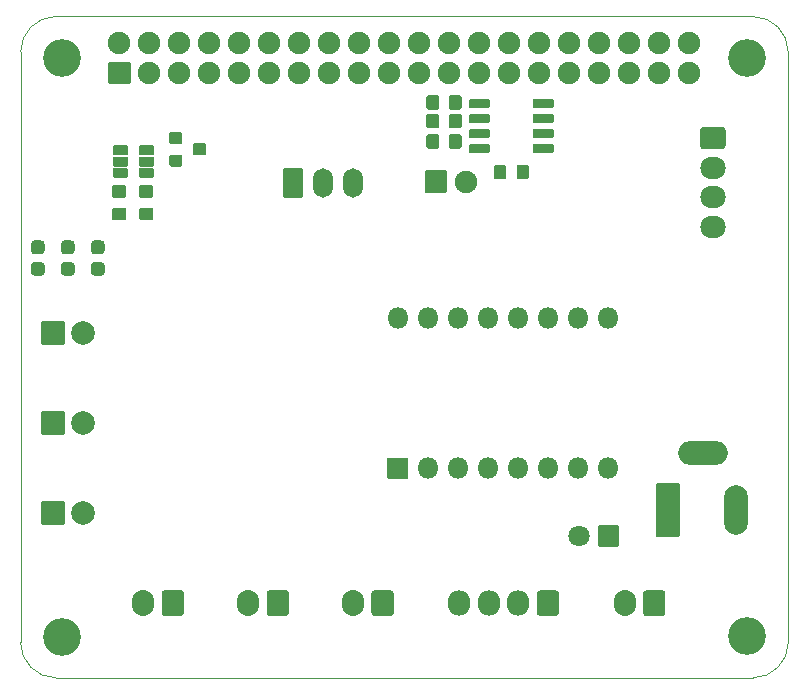
<source format=gbr>
G04 #@! TF.GenerationSoftware,KiCad,Pcbnew,5.1.9*
G04 #@! TF.CreationDate,2021-02-18T13:11:15+01:00*
G04 #@! TF.ProjectId,raspberrypi_hat,72617370-6265-4727-9279-70695f686174,rev?*
G04 #@! TF.SameCoordinates,Original*
G04 #@! TF.FileFunction,Soldermask,Top*
G04 #@! TF.FilePolarity,Negative*
%FSLAX46Y46*%
G04 Gerber Fmt 4.6, Leading zero omitted, Abs format (unit mm)*
G04 Created by KiCad (PCBNEW 5.1.9) date 2021-02-18 13:11:15*
%MOMM*%
%LPD*%
G01*
G04 APERTURE LIST*
G04 #@! TA.AperFunction,Profile*
%ADD10C,0.100000*%
G04 #@! TD*
%ADD11C,1.800000*%
%ADD12O,1.800000X1.800000*%
%ADD13C,2.000000*%
%ADD14O,1.900000X2.200000*%
%ADD15O,1.900000X1.900000*%
%ADD16C,3.200000*%
%ADD17O,1.700000X2.500000*%
%ADD18O,1.900000X2.150000*%
%ADD19O,2.150000X1.900000*%
%ADD20O,4.200000X2.000000*%
%ADD21O,2.000000X4.200000*%
G04 APERTURE END LIST*
D10*
X78546356Y-63817611D02*
X78546361Y-113812375D01*
X78546356Y-63817611D02*
G75*
G02*
X81546356Y-60817611I3000000J0D01*
G01*
X140546356Y-60817611D02*
X81546356Y-60817611D01*
X140546356Y-60817611D02*
G75*
G02*
X143546356Y-63817611I0J-3000000D01*
G01*
X143546356Y-113817611D02*
X143546356Y-63817611D01*
X81546361Y-116812375D02*
G75*
G02*
X78546361Y-113812375I0J3000000D01*
G01*
X81546361Y-116812375D02*
X140546361Y-116812375D01*
X143546356Y-113817611D02*
G75*
G02*
X140546361Y-116812375I-2999995J5236D01*
G01*
G36*
G01*
X129200000Y-104000000D02*
X129200000Y-105600000D01*
G75*
G02*
X129100000Y-105700000I-100000J0D01*
G01*
X127500000Y-105700000D01*
G75*
G02*
X127400000Y-105600000I0J100000D01*
G01*
X127400000Y-104000000D01*
G75*
G02*
X127500000Y-103900000I100000J0D01*
G01*
X129100000Y-103900000D01*
G75*
G02*
X129200000Y-104000000I0J-100000D01*
G01*
G37*
D11*
X125800000Y-104800000D03*
G36*
G01*
X111290000Y-99960000D02*
X109690000Y-99960000D01*
G75*
G02*
X109590000Y-99860000I0J100000D01*
G01*
X109590000Y-98260000D01*
G75*
G02*
X109690000Y-98160000I100000J0D01*
G01*
X111290000Y-98160000D01*
G75*
G02*
X111390000Y-98260000I0J-100000D01*
G01*
X111390000Y-99860000D01*
G75*
G02*
X111290000Y-99960000I-100000J0D01*
G01*
G37*
D12*
X128270000Y-86360000D03*
X113030000Y-99060000D03*
X125730000Y-86360000D03*
X115570000Y-99060000D03*
X123190000Y-86360000D03*
X118110000Y-99060000D03*
X120650000Y-86360000D03*
X120650000Y-99060000D03*
X118110000Y-86360000D03*
X123190000Y-99060000D03*
X115570000Y-86360000D03*
X125730000Y-99060000D03*
X113030000Y-86360000D03*
X128270000Y-99060000D03*
X110490000Y-86360000D03*
D13*
X83820000Y-102870000D03*
G36*
G01*
X80280000Y-103770000D02*
X80280000Y-101970000D01*
G75*
G02*
X80380000Y-101870000I100000J0D01*
G01*
X82180000Y-101870000D01*
G75*
G02*
X82280000Y-101970000I0J-100000D01*
G01*
X82280000Y-103770000D01*
G75*
G02*
X82180000Y-103870000I-100000J0D01*
G01*
X80380000Y-103870000D01*
G75*
G02*
X80280000Y-103770000I0J100000D01*
G01*
G37*
G36*
G01*
X79722500Y-81605000D02*
X80297500Y-81605000D01*
G75*
G02*
X80585000Y-81892500I0J-287500D01*
G01*
X80585000Y-82492500D01*
G75*
G02*
X80297500Y-82780000I-287500J0D01*
G01*
X79722500Y-82780000D01*
G75*
G02*
X79435000Y-82492500I0J287500D01*
G01*
X79435000Y-81892500D01*
G75*
G02*
X79722500Y-81605000I287500J0D01*
G01*
G37*
G36*
G01*
X79722500Y-79780000D02*
X80297500Y-79780000D01*
G75*
G02*
X80585000Y-80067500I0J-287500D01*
G01*
X80585000Y-80667500D01*
G75*
G02*
X80297500Y-80955000I-287500J0D01*
G01*
X79722500Y-80955000D01*
G75*
G02*
X79435000Y-80667500I0J287500D01*
G01*
X79435000Y-80067500D01*
G75*
G02*
X79722500Y-79780000I287500J0D01*
G01*
G37*
G36*
G01*
X84802500Y-81605000D02*
X85377500Y-81605000D01*
G75*
G02*
X85665000Y-81892500I0J-287500D01*
G01*
X85665000Y-82492500D01*
G75*
G02*
X85377500Y-82780000I-287500J0D01*
G01*
X84802500Y-82780000D01*
G75*
G02*
X84515000Y-82492500I0J287500D01*
G01*
X84515000Y-81892500D01*
G75*
G02*
X84802500Y-81605000I287500J0D01*
G01*
G37*
G36*
G01*
X84802500Y-79780000D02*
X85377500Y-79780000D01*
G75*
G02*
X85665000Y-80067500I0J-287500D01*
G01*
X85665000Y-80667500D01*
G75*
G02*
X85377500Y-80955000I-287500J0D01*
G01*
X84802500Y-80955000D01*
G75*
G02*
X84515000Y-80667500I0J287500D01*
G01*
X84515000Y-80067500D01*
G75*
G02*
X84802500Y-79780000I287500J0D01*
G01*
G37*
G36*
G01*
X82262500Y-81605000D02*
X82837500Y-81605000D01*
G75*
G02*
X83125000Y-81892500I0J-287500D01*
G01*
X83125000Y-82492500D01*
G75*
G02*
X82837500Y-82780000I-287500J0D01*
G01*
X82262500Y-82780000D01*
G75*
G02*
X81975000Y-82492500I0J287500D01*
G01*
X81975000Y-81892500D01*
G75*
G02*
X82262500Y-81605000I287500J0D01*
G01*
G37*
G36*
G01*
X82262500Y-79780000D02*
X82837500Y-79780000D01*
G75*
G02*
X83125000Y-80067500I0J-287500D01*
G01*
X83125000Y-80667500D01*
G75*
G02*
X82837500Y-80955000I-287500J0D01*
G01*
X82262500Y-80955000D01*
G75*
G02*
X81975000Y-80667500I0J287500D01*
G01*
X81975000Y-80067500D01*
G75*
G02*
X82262500Y-79780000I287500J0D01*
G01*
G37*
D14*
X88940000Y-110490000D03*
G36*
G01*
X92390000Y-109669411D02*
X92390000Y-111310589D01*
G75*
G02*
X92110589Y-111590000I-279411J0D01*
G01*
X90769411Y-111590000D01*
G75*
G02*
X90490000Y-111310589I0J279411D01*
G01*
X90490000Y-109669411D01*
G75*
G02*
X90769411Y-109390000I279411J0D01*
G01*
X92110589Y-109390000D01*
G75*
G02*
X92390000Y-109669411I0J-279411D01*
G01*
G37*
G36*
G01*
X86070000Y-64640000D02*
X87770000Y-64640000D01*
G75*
G02*
X87870000Y-64740000I0J-100000D01*
G01*
X87870000Y-66440000D01*
G75*
G02*
X87770000Y-66540000I-100000J0D01*
G01*
X86070000Y-66540000D01*
G75*
G02*
X85970000Y-66440000I0J100000D01*
G01*
X85970000Y-64740000D01*
G75*
G02*
X86070000Y-64640000I100000J0D01*
G01*
G37*
D15*
X86920000Y-63050000D03*
X89460000Y-65590000D03*
X89460000Y-63050000D03*
X92000000Y-65590000D03*
X92000000Y-63050000D03*
X94540000Y-65590000D03*
X94540000Y-63050000D03*
X97080000Y-65590000D03*
X97080000Y-63050000D03*
X99620000Y-65590000D03*
X99620000Y-63050000D03*
X102160000Y-65590000D03*
X102160000Y-63050000D03*
X104700000Y-65590000D03*
X104700000Y-63050000D03*
X107240000Y-65590000D03*
X107240000Y-63050000D03*
X109780000Y-65590000D03*
X109780000Y-63050000D03*
X112320000Y-65590000D03*
X112320000Y-63050000D03*
X114860000Y-65590000D03*
X114860000Y-63050000D03*
X117400000Y-65590000D03*
X117400000Y-63050000D03*
X119940000Y-65590000D03*
X119940000Y-63050000D03*
X122480000Y-65590000D03*
X122480000Y-63050000D03*
X125020000Y-65590000D03*
X125020000Y-63050000D03*
X127560000Y-65590000D03*
X127560000Y-63050000D03*
X130100000Y-65590000D03*
X130100000Y-63050000D03*
X132640000Y-65590000D03*
X132640000Y-63050000D03*
X135180000Y-65590000D03*
X135180000Y-63050000D03*
G36*
G01*
X123675000Y-71705000D02*
X123675000Y-72305000D01*
G75*
G02*
X123575000Y-72405000I-100000J0D01*
G01*
X122025000Y-72405000D01*
G75*
G02*
X121925000Y-72305000I0J100000D01*
G01*
X121925000Y-71705000D01*
G75*
G02*
X122025000Y-71605000I100000J0D01*
G01*
X123575000Y-71605000D01*
G75*
G02*
X123675000Y-71705000I0J-100000D01*
G01*
G37*
G36*
G01*
X123675000Y-70435000D02*
X123675000Y-71035000D01*
G75*
G02*
X123575000Y-71135000I-100000J0D01*
G01*
X122025000Y-71135000D01*
G75*
G02*
X121925000Y-71035000I0J100000D01*
G01*
X121925000Y-70435000D01*
G75*
G02*
X122025000Y-70335000I100000J0D01*
G01*
X123575000Y-70335000D01*
G75*
G02*
X123675000Y-70435000I0J-100000D01*
G01*
G37*
G36*
G01*
X123675000Y-69165000D02*
X123675000Y-69765000D01*
G75*
G02*
X123575000Y-69865000I-100000J0D01*
G01*
X122025000Y-69865000D01*
G75*
G02*
X121925000Y-69765000I0J100000D01*
G01*
X121925000Y-69165000D01*
G75*
G02*
X122025000Y-69065000I100000J0D01*
G01*
X123575000Y-69065000D01*
G75*
G02*
X123675000Y-69165000I0J-100000D01*
G01*
G37*
G36*
G01*
X123675000Y-67895000D02*
X123675000Y-68495000D01*
G75*
G02*
X123575000Y-68595000I-100000J0D01*
G01*
X122025000Y-68595000D01*
G75*
G02*
X121925000Y-68495000I0J100000D01*
G01*
X121925000Y-67895000D01*
G75*
G02*
X122025000Y-67795000I100000J0D01*
G01*
X123575000Y-67795000D01*
G75*
G02*
X123675000Y-67895000I0J-100000D01*
G01*
G37*
G36*
G01*
X118275000Y-67895000D02*
X118275000Y-68495000D01*
G75*
G02*
X118175000Y-68595000I-100000J0D01*
G01*
X116625000Y-68595000D01*
G75*
G02*
X116525000Y-68495000I0J100000D01*
G01*
X116525000Y-67895000D01*
G75*
G02*
X116625000Y-67795000I100000J0D01*
G01*
X118175000Y-67795000D01*
G75*
G02*
X118275000Y-67895000I0J-100000D01*
G01*
G37*
G36*
G01*
X118275000Y-69165000D02*
X118275000Y-69765000D01*
G75*
G02*
X118175000Y-69865000I-100000J0D01*
G01*
X116625000Y-69865000D01*
G75*
G02*
X116525000Y-69765000I0J100000D01*
G01*
X116525000Y-69165000D01*
G75*
G02*
X116625000Y-69065000I100000J0D01*
G01*
X118175000Y-69065000D01*
G75*
G02*
X118275000Y-69165000I0J-100000D01*
G01*
G37*
G36*
G01*
X118275000Y-70435000D02*
X118275000Y-71035000D01*
G75*
G02*
X118175000Y-71135000I-100000J0D01*
G01*
X116625000Y-71135000D01*
G75*
G02*
X116525000Y-71035000I0J100000D01*
G01*
X116525000Y-70435000D01*
G75*
G02*
X116625000Y-70335000I100000J0D01*
G01*
X118175000Y-70335000D01*
G75*
G02*
X118275000Y-70435000I0J-100000D01*
G01*
G37*
G36*
G01*
X118275000Y-71705000D02*
X118275000Y-72305000D01*
G75*
G02*
X118175000Y-72405000I-100000J0D01*
G01*
X116625000Y-72405000D01*
G75*
G02*
X116525000Y-72305000I0J100000D01*
G01*
X116525000Y-71705000D01*
G75*
G02*
X116625000Y-71605000I100000J0D01*
G01*
X118175000Y-71605000D01*
G75*
G02*
X118275000Y-71705000I0J-100000D01*
G01*
G37*
G36*
G01*
X114840000Y-70200000D02*
X114840000Y-69200000D01*
G75*
G02*
X114940000Y-69100000I100000J0D01*
G01*
X115785000Y-69100000D01*
G75*
G02*
X115885000Y-69200000I0J-100000D01*
G01*
X115885000Y-70200000D01*
G75*
G02*
X115785000Y-70300000I-100000J0D01*
G01*
X114940000Y-70300000D01*
G75*
G02*
X114840000Y-70200000I0J100000D01*
G01*
G37*
G36*
G01*
X112915000Y-70200000D02*
X112915000Y-69200000D01*
G75*
G02*
X113015000Y-69100000I100000J0D01*
G01*
X113860000Y-69100000D01*
G75*
G02*
X113960000Y-69200000I0J-100000D01*
G01*
X113960000Y-70200000D01*
G75*
G02*
X113860000Y-70300000I-100000J0D01*
G01*
X113015000Y-70300000D01*
G75*
G02*
X112915000Y-70200000I0J100000D01*
G01*
G37*
G36*
G01*
X114550000Y-75750000D02*
X112850000Y-75750000D01*
G75*
G02*
X112750000Y-75650000I0J100000D01*
G01*
X112750000Y-73950000D01*
G75*
G02*
X112850000Y-73850000I100000J0D01*
G01*
X114550000Y-73850000D01*
G75*
G02*
X114650000Y-73950000I0J-100000D01*
G01*
X114650000Y-75650000D01*
G75*
G02*
X114550000Y-75750000I-100000J0D01*
G01*
G37*
X116240000Y-74800000D03*
G36*
G01*
X91144000Y-71520000D02*
X91144000Y-70720000D01*
G75*
G02*
X91244000Y-70620000I100000J0D01*
G01*
X92144000Y-70620000D01*
G75*
G02*
X92244000Y-70720000I0J-100000D01*
G01*
X92244000Y-71520000D01*
G75*
G02*
X92144000Y-71620000I-100000J0D01*
G01*
X91244000Y-71620000D01*
G75*
G02*
X91144000Y-71520000I0J100000D01*
G01*
G37*
G36*
G01*
X91144000Y-73420000D02*
X91144000Y-72620000D01*
G75*
G02*
X91244000Y-72520000I100000J0D01*
G01*
X92144000Y-72520000D01*
G75*
G02*
X92244000Y-72620000I0J-100000D01*
G01*
X92244000Y-73420000D01*
G75*
G02*
X92144000Y-73520000I-100000J0D01*
G01*
X91244000Y-73520000D01*
G75*
G02*
X91144000Y-73420000I0J100000D01*
G01*
G37*
G36*
G01*
X93144000Y-72470000D02*
X93144000Y-71670000D01*
G75*
G02*
X93244000Y-71570000I100000J0D01*
G01*
X94144000Y-71570000D01*
G75*
G02*
X94244000Y-71670000I0J-100000D01*
G01*
X94244000Y-72470000D01*
G75*
G02*
X94144000Y-72570000I-100000J0D01*
G01*
X93244000Y-72570000D01*
G75*
G02*
X93144000Y-72470000I0J100000D01*
G01*
G37*
G36*
G01*
X112915000Y-71900000D02*
X112915000Y-70900000D01*
G75*
G02*
X113015000Y-70800000I100000J0D01*
G01*
X113860000Y-70800000D01*
G75*
G02*
X113960000Y-70900000I0J-100000D01*
G01*
X113960000Y-71900000D01*
G75*
G02*
X113860000Y-72000000I-100000J0D01*
G01*
X113015000Y-72000000D01*
G75*
G02*
X112915000Y-71900000I0J100000D01*
G01*
G37*
G36*
G01*
X114840000Y-71900000D02*
X114840000Y-70900000D01*
G75*
G02*
X114940000Y-70800000I100000J0D01*
G01*
X115785000Y-70800000D01*
G75*
G02*
X115885000Y-70900000I0J-100000D01*
G01*
X115885000Y-71900000D01*
G75*
G02*
X115785000Y-72000000I-100000J0D01*
G01*
X114940000Y-72000000D01*
G75*
G02*
X114840000Y-71900000I0J100000D01*
G01*
G37*
G36*
G01*
X88700000Y-77040000D02*
X89700000Y-77040000D01*
G75*
G02*
X89800000Y-77140000I0J-100000D01*
G01*
X89800000Y-77985000D01*
G75*
G02*
X89700000Y-78085000I-100000J0D01*
G01*
X88700000Y-78085000D01*
G75*
G02*
X88600000Y-77985000I0J100000D01*
G01*
X88600000Y-77140000D01*
G75*
G02*
X88700000Y-77040000I100000J0D01*
G01*
G37*
G36*
G01*
X88700000Y-75115000D02*
X89700000Y-75115000D01*
G75*
G02*
X89800000Y-75215000I0J-100000D01*
G01*
X89800000Y-76060000D01*
G75*
G02*
X89700000Y-76160000I-100000J0D01*
G01*
X88700000Y-76160000D01*
G75*
G02*
X88600000Y-76060000I0J100000D01*
G01*
X88600000Y-75215000D01*
G75*
G02*
X88700000Y-75115000I100000J0D01*
G01*
G37*
G36*
G01*
X86400000Y-75115000D02*
X87400000Y-75115000D01*
G75*
G02*
X87500000Y-75215000I0J-100000D01*
G01*
X87500000Y-76060000D01*
G75*
G02*
X87400000Y-76160000I-100000J0D01*
G01*
X86400000Y-76160000D01*
G75*
G02*
X86300000Y-76060000I0J100000D01*
G01*
X86300000Y-75215000D01*
G75*
G02*
X86400000Y-75115000I100000J0D01*
G01*
G37*
G36*
G01*
X86400000Y-77040000D02*
X87400000Y-77040000D01*
G75*
G02*
X87500000Y-77140000I0J-100000D01*
G01*
X87500000Y-77985000D01*
G75*
G02*
X87400000Y-78085000I-100000J0D01*
G01*
X86400000Y-78085000D01*
G75*
G02*
X86300000Y-77985000I0J100000D01*
G01*
X86300000Y-77140000D01*
G75*
G02*
X86400000Y-77040000I100000J0D01*
G01*
G37*
G36*
G01*
X120540000Y-74500000D02*
X120540000Y-73500000D01*
G75*
G02*
X120640000Y-73400000I100000J0D01*
G01*
X121485000Y-73400000D01*
G75*
G02*
X121585000Y-73500000I0J-100000D01*
G01*
X121585000Y-74500000D01*
G75*
G02*
X121485000Y-74600000I-100000J0D01*
G01*
X120640000Y-74600000D01*
G75*
G02*
X120540000Y-74500000I0J100000D01*
G01*
G37*
G36*
G01*
X118615000Y-74500000D02*
X118615000Y-73500000D01*
G75*
G02*
X118715000Y-73400000I100000J0D01*
G01*
X119560000Y-73400000D01*
G75*
G02*
X119660000Y-73500000I0J-100000D01*
G01*
X119660000Y-74500000D01*
G75*
G02*
X119560000Y-74600000I-100000J0D01*
G01*
X118715000Y-74600000D01*
G75*
G02*
X118615000Y-74500000I0J100000D01*
G01*
G37*
G36*
G01*
X112915000Y-68600000D02*
X112915000Y-67600000D01*
G75*
G02*
X113015000Y-67500000I100000J0D01*
G01*
X113860000Y-67500000D01*
G75*
G02*
X113960000Y-67600000I0J-100000D01*
G01*
X113960000Y-68600000D01*
G75*
G02*
X113860000Y-68700000I-100000J0D01*
G01*
X113015000Y-68700000D01*
G75*
G02*
X112915000Y-68600000I0J100000D01*
G01*
G37*
G36*
G01*
X114840000Y-68600000D02*
X114840000Y-67600000D01*
G75*
G02*
X114940000Y-67500000I100000J0D01*
G01*
X115785000Y-67500000D01*
G75*
G02*
X115885000Y-67600000I0J-100000D01*
G01*
X115885000Y-68600000D01*
G75*
G02*
X115785000Y-68700000I-100000J0D01*
G01*
X114940000Y-68700000D01*
G75*
G02*
X114840000Y-68600000I0J100000D01*
G01*
G37*
D16*
X82040000Y-64310000D03*
X140040000Y-64330000D03*
X82040000Y-113320000D03*
X140030000Y-113310000D03*
G36*
G01*
X100750000Y-76080000D02*
X100750000Y-73780000D01*
G75*
G02*
X100850000Y-73680000I100000J0D01*
G01*
X102350000Y-73680000D01*
G75*
G02*
X102450000Y-73780000I0J-100000D01*
G01*
X102450000Y-76080000D01*
G75*
G02*
X102350000Y-76180000I-100000J0D01*
G01*
X100850000Y-76180000D01*
G75*
G02*
X100750000Y-76080000I0J100000D01*
G01*
G37*
D17*
X104140000Y-74930000D03*
X106680000Y-74930000D03*
G36*
G01*
X80280000Y-88530000D02*
X80280000Y-86730000D01*
G75*
G02*
X80380000Y-86630000I100000J0D01*
G01*
X82180000Y-86630000D01*
G75*
G02*
X82280000Y-86730000I0J-100000D01*
G01*
X82280000Y-88530000D01*
G75*
G02*
X82180000Y-88630000I-100000J0D01*
G01*
X80380000Y-88630000D01*
G75*
G02*
X80280000Y-88530000I0J100000D01*
G01*
G37*
D13*
X83820000Y-87630000D03*
G36*
G01*
X80280000Y-96150000D02*
X80280000Y-94350000D01*
G75*
G02*
X80380000Y-94250000I100000J0D01*
G01*
X82180000Y-94250000D01*
G75*
G02*
X82280000Y-94350000I0J-100000D01*
G01*
X82280000Y-96150000D01*
G75*
G02*
X82180000Y-96250000I-100000J0D01*
G01*
X80380000Y-96250000D01*
G75*
G02*
X80280000Y-96150000I0J100000D01*
G01*
G37*
X83820000Y-95250000D03*
D18*
X115690000Y-110490000D03*
X118190000Y-110490000D03*
X120690000Y-110490000D03*
G36*
G01*
X124140000Y-109694411D02*
X124140000Y-111285589D01*
G75*
G02*
X123860589Y-111565000I-279411J0D01*
G01*
X122519411Y-111565000D01*
G75*
G02*
X122240000Y-111285589I0J279411D01*
G01*
X122240000Y-109694411D01*
G75*
G02*
X122519411Y-109415000I279411J0D01*
G01*
X123860589Y-109415000D01*
G75*
G02*
X124140000Y-109694411I0J-279411D01*
G01*
G37*
G36*
G01*
X136364411Y-70170000D02*
X137955589Y-70170000D01*
G75*
G02*
X138235000Y-70449411I0J-279411D01*
G01*
X138235000Y-71790589D01*
G75*
G02*
X137955589Y-72070000I-279411J0D01*
G01*
X136364411Y-72070000D01*
G75*
G02*
X136085000Y-71790589I0J279411D01*
G01*
X136085000Y-70449411D01*
G75*
G02*
X136364411Y-70170000I279411J0D01*
G01*
G37*
D19*
X137160000Y-73620000D03*
X137160000Y-76120000D03*
X137160000Y-78620000D03*
G36*
G01*
X101280000Y-109669411D02*
X101280000Y-111310589D01*
G75*
G02*
X101000589Y-111590000I-279411J0D01*
G01*
X99659411Y-111590000D01*
G75*
G02*
X99380000Y-111310589I0J279411D01*
G01*
X99380000Y-109669411D01*
G75*
G02*
X99659411Y-109390000I279411J0D01*
G01*
X101000589Y-109390000D01*
G75*
G02*
X101280000Y-109669411I0J-279411D01*
G01*
G37*
D14*
X97830000Y-110490000D03*
X129700000Y-110500000D03*
G36*
G01*
X133150000Y-109679411D02*
X133150000Y-111320589D01*
G75*
G02*
X132870589Y-111600000I-279411J0D01*
G01*
X131529411Y-111600000D01*
G75*
G02*
X131250000Y-111320589I0J279411D01*
G01*
X131250000Y-109679411D01*
G75*
G02*
X131529411Y-109400000I279411J0D01*
G01*
X132870589Y-109400000D01*
G75*
G02*
X133150000Y-109679411I0J-279411D01*
G01*
G37*
G36*
G01*
X110150000Y-109669411D02*
X110150000Y-111310589D01*
G75*
G02*
X109870589Y-111590000I-279411J0D01*
G01*
X108529411Y-111590000D01*
G75*
G02*
X108250000Y-111310589I0J279411D01*
G01*
X108250000Y-109669411D01*
G75*
G02*
X108529411Y-109390000I279411J0D01*
G01*
X109870589Y-109390000D01*
G75*
G02*
X110150000Y-109669411I0J-279411D01*
G01*
G37*
X106700000Y-110490000D03*
D20*
X136350000Y-97816000D03*
D21*
X139150000Y-102616000D03*
G36*
G01*
X134250000Y-104916000D02*
X132450000Y-104916000D01*
G75*
G02*
X132350000Y-104816000I0J100000D01*
G01*
X132350000Y-100416000D01*
G75*
G02*
X132450000Y-100316000I100000J0D01*
G01*
X134250000Y-100316000D01*
G75*
G02*
X134350000Y-100416000I0J-100000D01*
G01*
X134350000Y-104816000D01*
G75*
G02*
X134250000Y-104916000I-100000J0D01*
G01*
G37*
G36*
G01*
X86370000Y-72475000D02*
X86370000Y-71825000D01*
G75*
G02*
X86470000Y-71725000I100000J0D01*
G01*
X87530000Y-71725000D01*
G75*
G02*
X87630000Y-71825000I0J-100000D01*
G01*
X87630000Y-72475000D01*
G75*
G02*
X87530000Y-72575000I-100000J0D01*
G01*
X86470000Y-72575000D01*
G75*
G02*
X86370000Y-72475000I0J100000D01*
G01*
G37*
G36*
G01*
X86370000Y-73425000D02*
X86370000Y-72775000D01*
G75*
G02*
X86470000Y-72675000I100000J0D01*
G01*
X87530000Y-72675000D01*
G75*
G02*
X87630000Y-72775000I0J-100000D01*
G01*
X87630000Y-73425000D01*
G75*
G02*
X87530000Y-73525000I-100000J0D01*
G01*
X86470000Y-73525000D01*
G75*
G02*
X86370000Y-73425000I0J100000D01*
G01*
G37*
G36*
G01*
X86370000Y-74375000D02*
X86370000Y-73725000D01*
G75*
G02*
X86470000Y-73625000I100000J0D01*
G01*
X87530000Y-73625000D01*
G75*
G02*
X87630000Y-73725000I0J-100000D01*
G01*
X87630000Y-74375000D01*
G75*
G02*
X87530000Y-74475000I-100000J0D01*
G01*
X86470000Y-74475000D01*
G75*
G02*
X86370000Y-74375000I0J100000D01*
G01*
G37*
G36*
G01*
X88570000Y-74375000D02*
X88570000Y-73725000D01*
G75*
G02*
X88670000Y-73625000I100000J0D01*
G01*
X89730000Y-73625000D01*
G75*
G02*
X89830000Y-73725000I0J-100000D01*
G01*
X89830000Y-74375000D01*
G75*
G02*
X89730000Y-74475000I-100000J0D01*
G01*
X88670000Y-74475000D01*
G75*
G02*
X88570000Y-74375000I0J100000D01*
G01*
G37*
G36*
G01*
X88570000Y-72475000D02*
X88570000Y-71825000D01*
G75*
G02*
X88670000Y-71725000I100000J0D01*
G01*
X89730000Y-71725000D01*
G75*
G02*
X89830000Y-71825000I0J-100000D01*
G01*
X89830000Y-72475000D01*
G75*
G02*
X89730000Y-72575000I-100000J0D01*
G01*
X88670000Y-72575000D01*
G75*
G02*
X88570000Y-72475000I0J100000D01*
G01*
G37*
G36*
G01*
X88570000Y-73425000D02*
X88570000Y-72775000D01*
G75*
G02*
X88670000Y-72675000I100000J0D01*
G01*
X89730000Y-72675000D01*
G75*
G02*
X89830000Y-72775000I0J-100000D01*
G01*
X89830000Y-73425000D01*
G75*
G02*
X89730000Y-73525000I-100000J0D01*
G01*
X88670000Y-73525000D01*
G75*
G02*
X88570000Y-73425000I0J100000D01*
G01*
G37*
M02*

</source>
